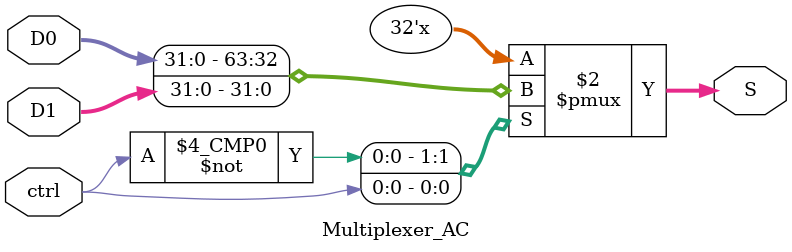
<source format=v>
module Multiplexer_AC
  # (parameter W = 32)
  (
    input wire ctrl,
    input wire [W-1:0] D0,
    input wire [W-1:0] D1,
    output reg [W-1:0] S
    );
   always @(ctrl, D0, D1)
      case (ctrl)
         1'b0: S <= D0;
         1'b1: S <= D1;
      endcase
endmodule
</source>
